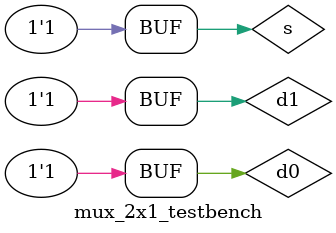
<source format=v>
`define DELAY 20
module mux_2x1_testbench();
reg d0,d1,s;
wire outp;

mux_2x1 result(outp,d0,d1,s);

initial begin
d0=1'b0; d1=1'b0; s=1'b0;
#`DELAY;
d0=1'b0; d1=1'b0; s=1'b1;
#`DELAY;
d0=1'b0; d1=1'b1; s=1'b0;
#`DELAY;
d0=1'b0; d1=1'b1; s=1'b1;
#`DELAY;
d0=1'b1; d1=1'b0; s=1'b0;
#`DELAY;
d0=1'b1; d1=1'b0; s=1'b1;
#`DELAY;
d0=1'b1; d1=1'b1; s=1'b0;
#`DELAY;
d0=1'b1; d1=1'b1; s=1'b1;
end
initial begin
$monitor("time=%2d, d0=%1b, d1=%1b, s=%1b, output=%1b",$time,d0,d1,s,outp);
end

endmodule


</source>
